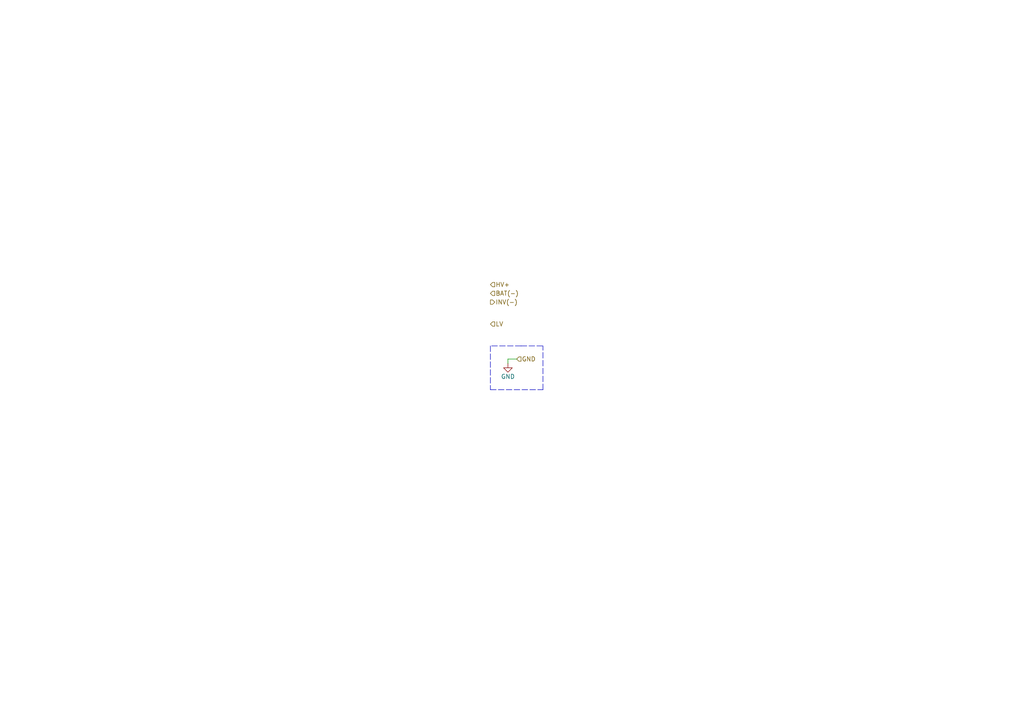
<source format=kicad_sch>
(kicad_sch (version 20211123) (generator eeschema)

  (uuid 1c6e1a95-e3e4-4ce5-8b1b-74f51c4fd31e)

  (paper "A4")

  (lib_symbols
    (symbol "power:GND" (power) (pin_names (offset 0)) (in_bom yes) (on_board yes)
      (property "Reference" "#PWR" (id 0) (at 0 -6.35 0)
        (effects (font (size 1.27 1.27)) hide)
      )
      (property "Value" "GND" (id 1) (at 0 -3.81 0)
        (effects (font (size 1.27 1.27)))
      )
      (property "Footprint" "" (id 2) (at 0 0 0)
        (effects (font (size 1.27 1.27)) hide)
      )
      (property "Datasheet" "" (id 3) (at 0 0 0)
        (effects (font (size 1.27 1.27)) hide)
      )
      (property "ki_keywords" "power-flag" (id 4) (at 0 0 0)
        (effects (font (size 1.27 1.27)) hide)
      )
      (property "ki_description" "Power symbol creates a global label with name \"GND\" , ground" (id 5) (at 0 0 0)
        (effects (font (size 1.27 1.27)) hide)
      )
      (symbol "GND_0_1"
        (polyline
          (pts
            (xy 0 0)
            (xy 0 -1.27)
            (xy 1.27 -1.27)
            (xy 0 -2.54)
            (xy -1.27 -1.27)
            (xy 0 -1.27)
          )
          (stroke (width 0) (type default) (color 0 0 0 0))
          (fill (type none))
        )
      )
      (symbol "GND_1_1"
        (pin power_in line (at 0 0 270) (length 0) hide
          (name "GND" (effects (font (size 1.27 1.27))))
          (number "1" (effects (font (size 1.27 1.27))))
        )
      )
    )
  )


  (wire (pts (xy 147.32 104.14) (xy 147.32 105.41))
    (stroke (width 0) (type default) (color 0 0 0 0))
    (uuid 04986f78-5ee5-4503-aa1b-c00df09c756b)
  )
  (wire (pts (xy 149.86 104.14) (xy 147.32 104.14))
    (stroke (width 0) (type default) (color 0 0 0 0))
    (uuid 08eaf166-d677-40d2-9f4a-e29b428e094b)
  )
  (polyline (pts (xy 157.48 113.03) (xy 157.48 100.33))
    (stroke (width 0) (type dash) (color 0 0 0 0))
    (uuid 3fe0d4d8-6ca2-4584-885b-e6dd49c04d59)
  )
  (polyline (pts (xy 142.24 113.03) (xy 157.48 113.03))
    (stroke (width 0) (type default) (color 0 0 0 0))
    (uuid 910d98bd-af1a-4651-b2e7-a75d1bfc78d6)
  )
  (polyline (pts (xy 151.13 100.33) (xy 157.48 100.33))
    (stroke (width 0) (type default) (color 0 0 0 0))
    (uuid aa4cd118-c89b-46c7-aa84-82e634c78981)
  )
  (polyline (pts (xy 151.13 100.33) (xy 142.24 100.33))
    (stroke (width 0) (type default) (color 0 0 0 0))
    (uuid ea50652b-1180-4665-9980-c6d94084aefc)
  )
  (polyline (pts (xy 142.24 100.33) (xy 142.24 113.03))
    (stroke (width 0) (type default) (color 0 0 0 0))
    (uuid fbbd1d21-9a0b-4974-9851-031cf6fdc599)
  )

  (hierarchical_label "GND" (shape input) (at 149.86 104.14 0)
    (effects (font (size 1.27 1.27)) (justify left))
    (uuid 08d09e16-6660-4c3c-944a-58079928ef15)
  )
  (hierarchical_label "LV" (shape input) (at 142.24 93.98 0)
    (effects (font (size 1.27 1.27)) (justify left))
    (uuid 75d3e958-912d-4200-8682-b082215baf45)
  )
  (hierarchical_label "HV+" (shape input) (at 142.24 82.55 0)
    (effects (font (size 1.27 1.27)) (justify left))
    (uuid 8bc4d3a2-dc33-4381-8ff6-cafd235ffefc)
  )
  (hierarchical_label "BAT(-)" (shape input) (at 142.24 85.09 0)
    (effects (font (size 1.27 1.27)) (justify left))
    (uuid bb755c25-267c-4e36-8dce-32ff01023ab2)
  )
  (hierarchical_label "INV(-)" (shape output) (at 142.24 87.63 0)
    (effects (font (size 1.27 1.27)) (justify left))
    (uuid d3661fd2-3a29-4b1b-9346-3e7daddfacd7)
  )

  (symbol (lib_id "power:GND") (at 147.32 105.41 0) (unit 1)
    (in_bom yes) (on_board yes)
    (uuid f11d848a-c5d2-40ac-9f7f-3c2a079bd799)
    (property "Reference" "#PWR?" (id 0) (at 147.32 111.76 0)
      (effects (font (size 1.27 1.27)) hide)
    )
    (property "Value" "GND" (id 1) (at 147.32 109.22 0))
    (property "Footprint" "" (id 2) (at 147.32 105.41 0)
      (effects (font (size 1.27 1.27)) hide)
    )
    (property "Datasheet" "" (id 3) (at 147.32 105.41 0)
      (effects (font (size 1.27 1.27)) hide)
    )
    (pin "1" (uuid 976ba778-ca0c-4b30-9dfc-3f18b5738d29))
  )
)

</source>
